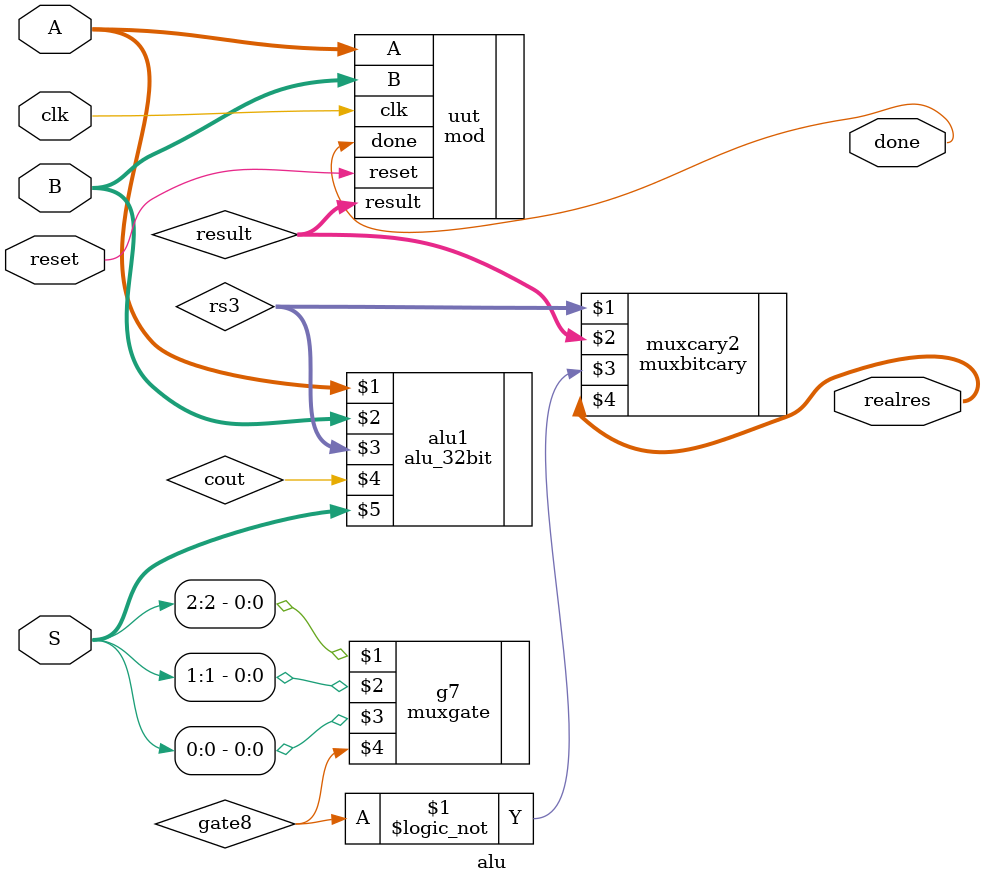
<source format=v>
module alu(input [31:0]A,input [31:0]B,output  [31:0] realres,output done,input[2:0]S,input clk,input reset);

wire c;
	wire [31:0]res;
	wire [31:0]reslt;
	wire [3:0]snot;
	not not1(snot[0],S[0]);
	not not2(snot[1],S[1]);
	not not3(snot[2],S[2]);
	


	muxgate g7(S[2],S[1],S[0],gate8);//111->mod
	wire [31:0] result;
	  mod uut(
        .clk(clk),
        .reset(reset),
        .A(A),
        .B(B),
        .result(result),
        .done(done)
    );
	
	wire [31:0] rs3;
	//wire cout;
	alu_32bit alu1(A,B,rs3,cout,S);
	muxbitcary muxcary2(rs3,result,!gate8,realres);
	
endmodule
</source>
